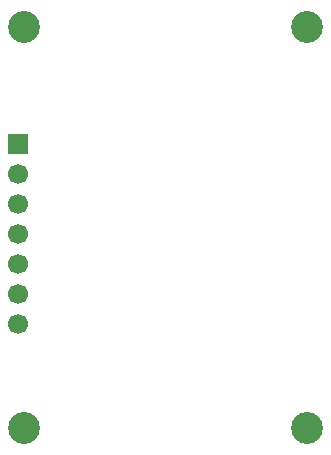
<source format=gbr>
%TF.GenerationSoftware,KiCad,Pcbnew,9.0.4*%
%TF.CreationDate,2025-08-31T17:03:05-04:00*%
%TF.ProjectId,IMU,494d552e-6b69-4636-9164-5f7063625858,0.2*%
%TF.SameCoordinates,Original*%
%TF.FileFunction,Soldermask,Bot*%
%TF.FilePolarity,Negative*%
%FSLAX46Y46*%
G04 Gerber Fmt 4.6, Leading zero omitted, Abs format (unit mm)*
G04 Created by KiCad (PCBNEW 9.0.4) date 2025-08-31 17:03:05*
%MOMM*%
%LPD*%
G01*
G04 APERTURE LIST*
%ADD10C,2.700000*%
%ADD11R,1.700000X1.700000*%
%ADD12C,1.700000*%
G04 APERTURE END LIST*
D10*
%TO.C,REF\u002A\u002A*%
X138000000Y-117000000D03*
%TD*%
D11*
%TO.C,J1*%
X137500000Y-92920000D03*
D12*
X137500000Y-95460000D03*
X137500000Y-98000000D03*
X137500000Y-100540000D03*
X137500000Y-103080000D03*
X137500000Y-105620000D03*
X137500000Y-108160000D03*
%TD*%
D10*
%TO.C,REF\u002A\u002A*%
X162000000Y-117000000D03*
%TD*%
%TO.C,REF\u002A\u002A*%
X162000000Y-83000000D03*
%TD*%
%TO.C,REF\u002A\u002A*%
X138000000Y-83000000D03*
%TD*%
M02*

</source>
